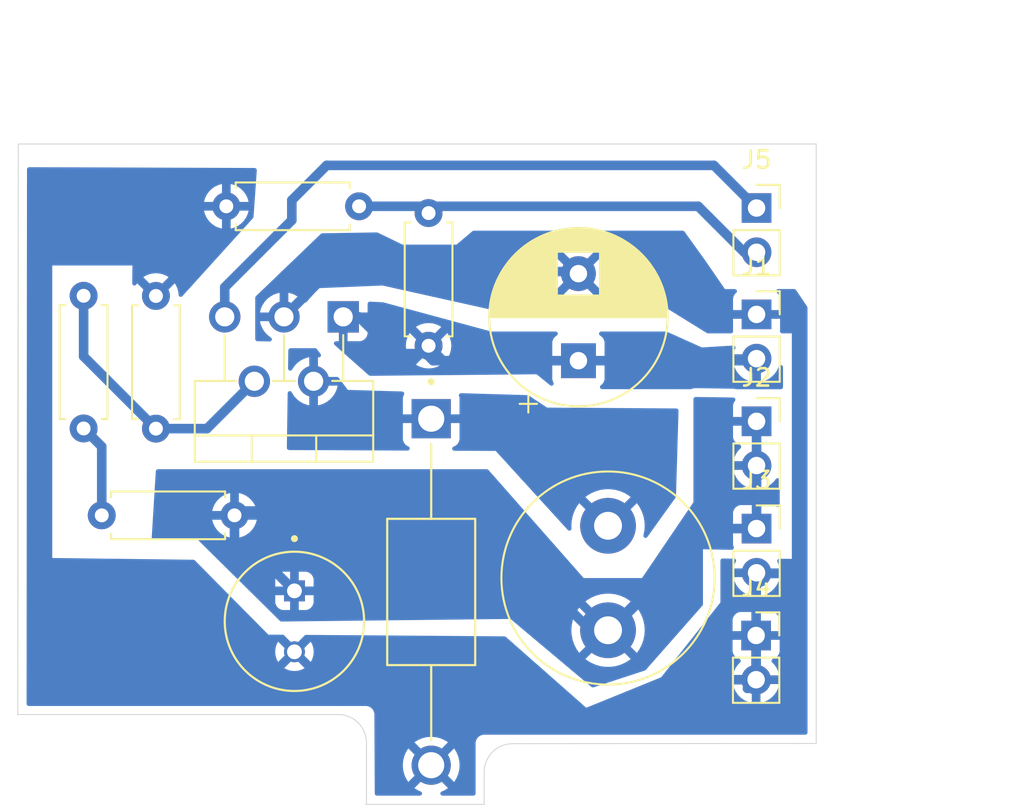
<source format=kicad_pcb>
(kicad_pcb (version 20240108) (generator "pcbnew") (generator_version "8.0")
  (layers (0 "F.Cu" signal) (31 "B.Cu" signal) (34 "B.Paste" user) (35 "F.Paste" user) (36 "B.SilkS" user "B.Silkscreen") (37 "F.SilkS" user "F.Silkscreen") (38 "B.Mask" user) (39 "F.Mask" user) (44 "Edge.Cuts" user))
  (net 0 "")
  (net 1 "GNDREF")
  (net 2 "+6V")
  (net 3 "Net-(J2-Pin_1)")
  (net 4 "Net-(D1-K)")
  (net 5 "Net-(J5-Pin_2)")
  (net 6 "Net-(J5-Pin_1)")
  (net 7 "Net-(U1-FB)")
  (net 8 "Net-(R2-1-Pad2)")
  (footprint "220UFRadialTHCAP:220uFRadialTHCAP" (layer "F.Cu") (at 175.11 64.2495 -90)
    (property "Reference" "C2" (hide yes))
    (property "Value" "220u")
    (fp_circle (center -4.75 0) (end -4.65 0) (stroke (width 0.2)) (fill none) (layer "F.SilkS"))
    (fp_circle (center 0 0) (end 4 0) (stroke (width 0.127)) (fill none) (layer "F.SilkS"))
    (pad "1" thru_hole rect (at -1.75 0 270) (size 1.2 1.2) (drill 0.85) (layers "*.Cu" "*.Mask") (net 3 "Net-(J2-Pin_1)"))
    (pad "2" thru_hole circle (at 1.75 0 270) (size 1.2 1.2) (drill 0.85) (layers "*.Cu" "*.Mask") (net 1 "GNDREF"))
  )
  (footprint "Resistor_THT:R_Axial_DIN0207_L6.3mm_D2.5mm_P7.62mm_Horizontal" (layer "F.Cu") (at 167.16 45.562 -90)
    (property "Reference" "R3" (hide yes))
    (property "Value" "82k")
    (fp_line (start 0.54 1.37) (end 7.08 1.37) (stroke (width 0.12)) (layer "F.SilkS"))
    (fp_line (start 7.08 1.37) (end 7.08 1.04) (stroke (width 0.12)) (layer "F.SilkS"))
    (fp_line (start 0.54 1.04) (end 0.54 1.37) (stroke (width 0.12)) (layer "F.SilkS"))
    (fp_line (start 0.54 -1.04) (end 0.54 -1.37) (stroke (width 0.12)) (layer "F.SilkS"))
    (fp_line (start 0.54 -1.37) (end 7.08 -1.37) (stroke (width 0.12)) (layer "F.SilkS"))
    (fp_line (start 7.08 -1.37) (end 7.08 -1.04) (stroke (width 0.12)) (layer "F.SilkS"))
    (pad "1" thru_hole circle (at 0 0 270) (size 1.6 1.6) (drill 0.8) (layers "*.Cu" "*.Mask") (net 1 "GNDREF"))
    (pad "2" thru_hole oval (at 7.62 0 270) (size 1.6 1.6) (drill 0.8) (layers "*.Cu" "*.Mask") (net 7 "Net-(U1-FB)"))
  )
  (footprint "Resistor_THT:R_Axial_DIN0207_L6.3mm_D2.5mm_P7.62mm_Horizontal" (layer "F.Cu") (at 178.82 40.412 180)
    (property "Reference" "R2" (hide yes))
    (property "Value" "82K")
    (fp_line (start 7.08 1.37) (end 7.08 1.04) (stroke (width 0.12)) (layer "F.SilkS"))
    (fp_line (start 7.08 -1.37) (end 7.08 -1.04) (stroke (width 0.12)) (layer "F.SilkS"))
    (fp_line (start 0.54 1.37) (end 7.08 1.37) (stroke (width 0.12)) (layer "F.SilkS"))
    (fp_line (start 0.54 1.04) (end 0.54 1.37) (stroke (width 0.12)) (layer "F.SilkS"))
    (fp_line (start 0.54 -1.04) (end 0.54 -1.37) (stroke (width 0.12)) (layer "F.SilkS"))
    (fp_line (start 0.54 -1.37) (end 7.08 -1.37) (stroke (width 0.12)) (layer "F.SilkS"))
    (pad "1" thru_hole circle (at 0 0 180) (size 1.6 1.6) (drill 0.8) (layers "*.Cu" "*.Mask") (net 5 "Net-(J5-Pin_2)"))
    (pad "2" thru_hole oval (at 7.62 0 180) (size 1.6 1.6) (drill 0.8) (layers "*.Cu" "*.Mask") (net 1 "GNDREF"))
  )
  (footprint "Inductor_THT:L_Radial_D12.0mm_P6.00mm_Murata_1900R" (layer "F.Cu") (at 193.11 64.762 90)
    (property "Reference" "L1" (hide yes))
    (property "Value" "68m")
    (fp_circle (center 3 0) (end 9.12 0) (stroke (width 0.12)) (fill none) (layer "F.SilkS"))
    (pad "1" thru_hole circle (at 0 0 90) (size 3.2 3.2) (drill 1.6) (layers "*.Cu" "*.Mask") (net 3 "Net-(J2-Pin_1)"))
    (pad "2" thru_hole circle (at 6 0 90) (size 3.2 3.2) (drill 1.6) (layers "*.Cu" "*.Mask") (net 4 "Net-(D1-K)"))
  )
  (footprint "Resistor_THT:R_Axial_DIN0207_L6.3mm_D2.5mm_P7.62mm_Horizontal" (layer "F.Cu") (at 182.81 48.422 90)
    (property "Reference" "R1" (hide yes))
    (property "Value" "160k")
    (fp_line (start 7.08 -1.37) (end 7.08 -1.04) (stroke (width 0.12)) (layer "F.SilkS"))
    (fp_line (start 0.54 -1.37) (end 7.08 -1.37) (stroke (width 0.12)) (layer "F.SilkS"))
    (fp_line (start 0.54 -1.04) (end 0.54 -1.37) (stroke (width 0.12)) (layer "F.SilkS"))
    (fp_line (start 0.54 1.04) (end 0.54 1.37) (stroke (width 0.12)) (layer "F.SilkS"))
    (fp_line (start 7.08 1.37) (end 7.08 1.04) (stroke (width 0.12)) (layer "F.SilkS"))
    (fp_line (start 0.54 1.37) (end 7.08 1.37) (stroke (width 0.12)) (layer "F.SilkS"))
    (pad "1" thru_hole circle (at 0 0 90) (size 1.6 1.6) (drill 0.8) (layers "*.Cu" "*.Mask") (net 2 "+6V"))
    (pad "2" thru_hole oval (at 7.62 0 90) (size 1.6 1.6) (drill 0.8) (layers "*.Cu" "*.Mask") (net 5 "Net-(J5-Pin_2)"))
  )
  (footprint "Connector_PinSocket_2.54mm:PinSocket_1x02_P2.54mm_Vertical" (layer "F.Cu") (at 201.635 52.762)
    (property "Reference" "J2" (at 0 -2.51 0) (layer "F.SilkS"))
    (property "Value" "Conn_01x02_Socket" (hide yes))
    (fp_line (start -1.33 1.27) (end -1.33 3.87) (stroke (width 0.12)) (layer "F.SilkS"))
    (fp_line (start -1.33 1.27) (end 1.33 1.27) (stroke (width 0.12)) (layer "F.SilkS"))
    (fp_line (start -1.33 3.87) (end 1.33 3.87) (stroke (width 0.12)) (layer "F.SilkS"))
    (fp_line (start 0 -1.33) (end 1.33 -1.33) (stroke (width 0.12)) (layer "F.SilkS"))
    (fp_line (start 1.33 -1.33) (end 1.33 0) (stroke (width 0.12)) (layer "F.SilkS"))
    (fp_line (start 1.33 1.27) (end 1.33 3.87) (stroke (width 0.12)) (layer "F.SilkS"))
    (pad "1" thru_hole rect (at 0 0) (size 1.7 1.7) (drill 1) (layers "*.Cu" "*.Mask") (net 3 "Net-(J2-Pin_1)"))
    (pad "2" thru_hole oval (at 0 2.54) (size 1.7 1.7) (drill 1) (layers "*.Cu" "*.Mask") (net 3 "Net-(J2-Pin_1)"))
  )
  (footprint "Resistor_THT:R_Axial_DIN0207_L6.3mm_D2.5mm_P7.62mm_Horizontal" (layer "F.Cu") (at 164.05 58.162)
    (property "Reference" "R2-2" (hide yes))
    (property "Value" "120k")
    (fp_line (start 0.54 -1.37) (end 7.08 -1.37) (stroke (width 0.12)) (layer "F.SilkS"))
    (fp_line (start 0.54 -1.04) (end 0.54 -1.37) (stroke (width 0.12)) (layer "F.SilkS"))
    (fp_line (start 0.54 1.04) (end 0.54 1.37) (stroke (width 0.12)) (layer "F.SilkS"))
    (fp_line (start 0.54 1.37) (end 7.08 1.37) (stroke (width 0.12)) (layer "F.SilkS"))
    (fp_line (start 7.08 -1.37) (end 7.08 -1.04) (stroke (width 0.12)) (layer "F.SilkS"))
    (fp_line (start 7.08 1.37) (end 7.08 1.04) (stroke (width 0.12)) (layer "F.SilkS"))
    (pad "1" thru_hole circle (at 0 0) (size 1.6 1.6) (drill 0.8) (layers "*.Cu" "*.Mask") (net 8 "Net-(R2-1-Pad2)"))
    (pad "2" thru_hole oval (at 7.62 0) (size 1.6 1.6) (drill 0.8) (layers "*.Cu" "*.Mask") (net 3 "Net-(J2-Pin_1)"))
  )
  (footprint "SchottkyDIodeFor491:DIOAD1990W125L840D530" (layer "F.Cu") (at 182.96 62.562 -90)
    (property "Reference" "D1" (hide yes))
    (property "Value" "D_Schottky")
    (fp_line (start -4.2 2.525) (end 4.2 2.525) (stroke (width 0.127)) (layer "F.SilkS"))
    (fp_line (start 4.2 2.525) (end 4.2 0) (stroke (width 0.127)) (layer "F.SilkS"))
    (fp_line (start -4.2 0) (end -4.2 2.525) (stroke (width 0.127)) (layer "F.SilkS"))
    (fp_line (start -4.2 0) (end -8.505 0) (stroke (width 0.127)) (layer "F.SilkS"))
    (fp_line (start 4.2 0) (end 8.505 0) (stroke (width 0.127)) (layer "F.SilkS"))
    (fp_line (start 4.2 0) (end 4.2 -2.525) (stroke (width 0.127)) (layer "F.SilkS"))
    (fp_line (start -4.2 -2.525) (end -4.2 0) (stroke (width 0.127)) (layer "F.SilkS"))
    (fp_line (start 4.2 -2.525) (end -4.2 -2.525) (stroke (width 0.127)) (layer "F.SilkS"))
    (fp_circle (center -12.075 0) (end -11.975 0) (stroke (width 0.2)) (fill none) (layer "F.SilkS"))
    (pad "1" thru_hole rect (at -9.95 0 270) (size 2.25 2.25) (drill 1.5) (layers "*.Cu" "*.Mask") (net 4 "Net-(D1-K)"))
    (pad "2" thru_hole circle (at 9.95 0 270) (size 2.25 2.25) (drill 1.5) (layers "*.Cu" "*.Mask") (net 1 "GNDREF"))
  )
  (footprint "Connector_PinSocket_2.54mm:PinSocket_1x02_P2.54mm_Vertical" (layer "F.Cu") (at 201.635 46.622)
    (property "Reference" "J1" (at 0 -2.77 0) (layer "F.SilkS"))
    (property "Value" "Conn_01x02_Socket" (hide yes))
    (fp_line (start -1.33 1.27) (end -1.33 3.87) (stroke (width 0.12)) (layer "F.SilkS"))
    (fp_line (start -1.33 1.27) (end 1.33 1.27) (stroke (width 0.12)) (layer "F.SilkS"))
    (fp_line (start -1.33 3.87) (end 1.33 3.87) (stroke (width 0.12)) (layer "F.SilkS"))
    (fp_line (start 0 -1.33) (end 1.33 -1.33) (stroke (width 0.12)) (layer "F.SilkS"))
    (fp_line (start 1.33 -1.33) (end 1.33 0) (stroke (width 0.12)) (layer "F.SilkS"))
    (fp_line (start 1.33 1.27) (end 1.33 3.87) (stroke (width 0.12)) (layer "F.SilkS"))
    (pad "1" thru_hole rect (at 0 0) (size 1.7 1.7) (drill 1) (layers "*.Cu" "*.Mask") (net 1 "GNDREF"))
    (pad "2" thru_hole oval (at 0 2.54) (size 1.7 1.7) (drill 1) (layers "*.Cu" "*.Mask") (net 2 "+6V"))
  )
  (footprint "Package_TO_SOT_THT:TO-220-5_P3.4x3.7mm_StaggerOdd_Lead3.8mm_Vertical" (layer "F.Cu") (at 177.91 46.762 180)
    (property "Reference" "U1" (hide yes))
    (property "Value" "LM2596T-3.3")
    (fp_line (start 8.52 -8.32) (end 8.52 -3.679) (stroke (width 0.12)) (layer "F.SilkS"))
    (fp_line (start 6.8 -3.679) (end 6.8 -1.065) (stroke (width 0.12)) (layer "F.SilkS"))
    (fp_line (start 6.165 -3.679) (end 8.52 -3.679) (stroke (width 0.12)) (layer "F.SilkS"))
    (fp_line (start 5.25 -8.32) (end 5.25 -6.811) (stroke (width 0.12)) (layer "F.SilkS"))
    (fp_line (start 3.4 -3.679) (end 3.4 -1.065) (stroke (width 0.12)) (layer "F.SilkS"))
    (fp_line (start 2.765 -3.679) (end 4.035 -3.679) (stroke (width 0.12)) (layer "F.SilkS"))
    (fp_line (start 1.55 -8.32) (end 1.55 -6.811) (stroke (width 0.12)) (layer "F.SilkS"))
    (fp_line (start 0 -3.679) (end 0 -1.049) (stroke (width 0.12)) (layer "F.SilkS"))
    (fp_line (start -1.721 -3.679) (end 0.635 -3.679) (stroke (width 0.12)) (layer "F.SilkS"))
    (fp_line (start -1.721 -6.811) (end 8.52 -6.811) (stroke (width 0.12)) (layer "F.SilkS"))
    (fp_line (start -1.721 -8.32) (end 8.52 -8.32) (stroke (width 0.12)) (layer "F.SilkS"))
    (fp_line (start -1.721 -8.32) (end -1.721 -3.679) (stroke (width 0.12)) (layer "F.SilkS"))
    (pad "1" thru_hole rect (at 0 0 180) (size 1.8 1.8) (drill 1.1) (layers "*.Cu" "*.Mask") (net 2 "+6V"))
    (pad "2" thru_hole oval (at 1.7 -3.7 180) (size 1.8 1.8) (drill 1.1) (layers "*.Cu" "*.Mask") (net 4 "Net-(D1-K)"))
    (pad "3" thru_hole oval (at 3.4 0 180) (size 1.8 1.8) (drill 1.1) (layers "*.Cu" "*.Mask") (net 1 "GNDREF"))
    (pad "4" thru_hole oval (at 5.1 -3.7 180) (size 1.8 1.8) (drill 1.1) (layers "*.Cu" "*.Mask") (net 7 "Net-(U1-FB)"))
    (pad "5" thru_hole oval (at 6.8 0 180) (size 1.8 1.8) (drill 1.1) (layers "*.Cu" "*.Mask") (net 6 "Net-(J5-Pin_1)"))
  )
  (footprint "Connector_PinSocket_2.54mm:PinSocket_1x02_P2.54mm_Vertical" (layer "F.Cu") (at 201.635 58.922)
    (property "Reference" "J3" (at 0 -2.77 0) (layer "F.SilkS"))
    (property "Value" "Conn_01x02_Socket" (hide yes))
    (fp_line (start -1.33 1.27) (end -1.33 3.87) (stroke (width 0.12)) (layer "F.SilkS"))
    (fp_line (start -1.33 1.27) (end 1.33 1.27) (stroke (width 0.12)) (layer "F.SilkS"))
    (fp_line (start -1.33 3.87) (end 1.33 3.87) (stroke (width 0.12)) (layer "F.SilkS"))
    (fp_line (start 0 -1.33) (end 1.33 -1.33) (stroke (width 0.12)) (layer "F.SilkS"))
    (fp_line (start 1.33 -1.33) (end 1.33 0) (stroke (width 0.12)) (layer "F.SilkS"))
    (fp_line (start 1.33 1.27) (end 1.33 3.87) (stroke (width 0.12)) (layer "F.SilkS"))
    (pad "1" thru_hole rect (at 0 0) (size 1.7 1.7) (drill 1) (layers "*.Cu" "*.Mask") (net 3 "Net-(J2-Pin_1)"))
    (pad "2" thru_hole oval (at 0 2.54) (size 1.7 1.7) (drill 1) (layers "*.Cu" "*.Mask") (net 1 "GNDREF"))
  )
  (footprint "Resistor_THT:R_Axial_DIN0207_L6.3mm_D2.5mm_P7.62mm_Horizontal" (layer "F.Cu") (at 163.01 45.552 -90)
    (property "Reference" "R2-1" (hide yes))
    (property "Value" "18k")
    (fp_line (start 0.54 1.37) (end 7.08 1.37) (stroke (width 0.12)) (layer "F.SilkS"))
    (fp_line (start 7.08 1.37) (end 7.08 1.04) (stroke (width 0.12)) (layer "F.SilkS"))
    (fp_line (start 0.54 1.04) (end 0.54 1.37) (stroke (width 0.12)) (layer "F.SilkS"))
    (fp_line (start 0.54 -1.04) (end 0.54 -1.37) (stroke (width 0.12)) (layer "F.SilkS"))
    (fp_line (start 0.54 -1.37) (end 7.08 -1.37) (stroke (width 0.12)) (layer "F.SilkS"))
    (fp_line (start 7.08 -1.37) (end 7.08 -1.04) (stroke (width 0.12)) (layer "F.SilkS"))
    (pad "1" thru_hole circle (at 0 0 270) (size 1.6 1.6) (drill 0.8) (layers "*.Cu" "*.Mask") (net 7 "Net-(U1-FB)"))
    (pad "2" thru_hole oval (at 7.62 0 270) (size 1.6 1.6) (drill 0.8) (layers "*.Cu" "*.Mask") (net 8 "Net-(R2-1-Pad2)"))
  )
  (footprint "Connector_PinSocket_2.54mm:PinSocket_1x02_P2.54mm_Vertical" (layer "F.Cu") (at 201.635 40.512)
    (property "Reference" "J5" (at 0 -2.77 0) (layer "F.SilkS"))
    (property "Value" "Conn_01x02_Socket" (hide yes))
    (fp_line (start -1.33 1.27) (end -1.33 3.87) (stroke (width 0.12)) (layer "F.SilkS"))
    (fp_line (start -1.33 1.27) (end 1.33 1.27) (stroke (width 0.12)) (layer "F.SilkS"))
    (fp_line (start -1.33 3.87) (end 1.33 3.87) (stroke (width 0.12)) (layer "F.SilkS"))
    (fp_line (start 0 -1.33) (end 1.33 -1.33) (stroke (width 0.12)) (layer "F.SilkS"))
    (fp_line (start 1.33 -1.33) (end 1.33 0) (stroke (width 0.12)) (layer "F.SilkS"))
    (fp_line (start 1.33 1.27) (end 1.33 3.87) (stroke (width 0.12)) (layer "F.SilkS"))
    (pad "1" thru_hole rect (at 0 0) (size 1.7 1.7) (drill 1) (layers "*.Cu" "*.Mask") (net 6 "Net-(J5-Pin_1)"))
    (pad "2" thru_hole oval (at 0 2.54) (size 1.7 1.7) (drill 1) (layers "*.Cu" "*.Mask") (net 5 "Net-(J5-Pin_2)"))
  )
  (footprint "Connector_PinSocket_2.54mm:PinSocket_1x02_P2.54mm_Vertical" (layer "F.Cu") (at 201.61 65.062)
    (property "Reference" "J4" (at 0 -2.77 0) (layer "F.SilkS"))
    (property "Value" "Conn_01x02_Socket" (hide yes))
    (fp_line (start -1.33 1.27) (end -1.33 3.87) (stroke (width 0.12)) (layer "F.SilkS"))
    (fp_line (start -1.33 1.27) (end 1.33 1.27) (stroke (width 0.12)) (layer "F.SilkS"))
    (fp_line (start -1.33 3.87) (end 1.33 3.87) (stroke (width 0.12)) (layer "F.SilkS"))
    (fp_line (start 0 -1.33) (end 1.33 -1.33) (stroke (width 0.12)) (layer "F.SilkS"))
    (fp_line (start 1.33 -1.33) (end 1.33 0) (stroke (width 0.12)) (layer "F.SilkS"))
    (fp_line (start 1.33 1.27) (end 1.33 3.87) (stroke (width 0.12)) (layer "F.SilkS"))
    (pad "1" thru_hole rect (at 0 0) (size 1.7 1.7) (drill 1) (layers "*.Cu" "*.Mask") (net 1 "GNDREF"))
    (pad "2" thru_hole oval (at 0 2.54) (size 1.7 1.7) (drill 1) (layers "*.Cu" "*.Mask") (net 1 "GNDREF"))
  )
  (footprint "Capacitor_THT:CP_Radial_D10.0mm_P5.00mm" (layer "F.Cu") (at 191.41 49.279677 90)
    (property "Reference" "C1" (hide yes))
    (property "Value" "470 uF" (hide yes))
    (fp_line (start 2.58 -5.08) (end 2.58 5.08) (stroke (width 0.12)) (layer "F.SilkS"))
    (fp_line (start 2.54 -5.08) (end 2.54 5.08) (stroke (width 0.12)) (layer "F.SilkS"))
    (fp_line (start 2.5 -5.08) (end 2.5 5.08) (stroke (width 0.12)) (layer "F.SilkS"))
    (fp_line (start 2.62 -5.079) (end 2.62 5.079) (stroke (width 0.12)) (layer "F.SilkS"))
    (fp_line (start 2.66 -5.078) (end 2.66 5.078) (stroke (width 0.12)) (layer "F.SilkS"))
    (fp_line (start 2.7 -5.077) (end 2.7 5.077) (stroke (width 0.12)) (layer "F.SilkS"))
    (fp_line (start 2.74 -5.075) (end 2.74 5.075) (stroke (width 0.12)) (layer "F.SilkS"))
    (fp_line (start 2.78 -5.073) (end 2.78 5.073) (stroke (width 0.12)) (layer "F.SilkS"))
    (fp_line (start 2.82 -5.07) (end 2.82 5.07) (stroke (width 0.12)) (layer "F.SilkS"))
    (fp_line (start 2.86 -5.068) (end 2.86 5.068) (stroke (width 0.12)) (layer "F.SilkS"))
    (fp_line (start 2.9 -5.065) (end 2.9 5.065) (stroke (width 0.12)) (layer "F.SilkS"))
    (fp_line (start 2.94 -5.062) (end 2.94 5.062) (stroke (width 0.12)) (layer "F.SilkS"))
    (fp_line (start 2.98 -5.058) (end 2.98 5.058) (stroke (width 0.12)) (layer "F.SilkS"))
    (fp_line (start 3.02 -5.054) (end 3.02 5.054) (stroke (width 0.12)) (layer "F.SilkS"))
    (fp_line (start 3.06 -5.05) (end 3.06 5.05) (stroke (width 0.12)) (layer "F.SilkS"))
    (fp_line (start 3.1 -5.045) (end 3.1 5.045) (stroke (width 0.12)) (layer "F.SilkS"))
    (fp_line (start 3.14 -5.04) (end 3.14 5.04) (stroke (width 0.12)) (layer "F.SilkS"))
    (fp_line (start 3.18 -5.035) (end 3.18 5.035) (stroke (width 0.12)) (layer "F.SilkS"))
    (fp_line (start 3.221 -5.03) (end 3.221 5.03) (stroke (width 0.12)) (layer "F.SilkS"))
    (fp_line (start 3.261 -5.024) (end 3.261 5.024) (stroke (width 0.12)) (layer "F.SilkS"))
    (fp_line (start 3.301 -5.018) (end 3.301 5.018) (stroke (width 0.12)) (layer "F.SilkS"))
    (fp_line (start 3.341 -5.011) (end 3.341 5.011) (stroke (width 0.12)) (layer "F.SilkS"))
    (fp_line (start 3.381 -5.004) (end 3.381 5.004) (stroke (width 0.12)) (layer "F.SilkS"))
    (fp_line (start 3.421 -4.997) (end 3.421 4.997) (stroke (width 0.12)) (layer "F.SilkS"))
    (fp_line (start 3.461 -4.99) (end 3.461 4.99) (stroke (width 0.12)) (layer "F.SilkS"))
    (fp_line (start 3.501 -4.982) (end 3.501 4.982) (stroke (width 0.12)) (layer "F.SilkS"))
    (fp_line (start 3.541 -4.974) (end 3.541 4.974) (stroke (width 0.12)) (layer "F.SilkS"))
    (fp_line (start 3.581 -4.965) (end 3.581 4.965) (stroke (width 0.12)) (layer "F.SilkS"))
    (fp_line (start 3.621 -4.956) (end 3.621 4.956) (stroke (width 0.12)) (layer "F.SilkS"))
    (fp_line (start 3.661 -4.947) (end 3.661 4.947) (stroke (width 0.12)) (layer "F.SilkS"))
    (fp_line (start 3.701 -4.938) (end 3.701 4.938) (stroke (width 0.12)) (layer "F.SilkS"))
    (fp_line (start 3.741 -4.928) (end 3.741 4.928) (stroke (width 0.12)) (layer "F.SilkS"))
    (fp_line (start 3.781 -4.918) (end 3.781 -1.241) (stroke (width 0.12)) (layer "F.SilkS"))
    (fp_line (start 3.821 -4.907) (end 3.821 -1.241) (stroke (width 0.12)) (layer "F.SilkS"))
    (fp_line (start 3.861 -4.897) (end 3.861 -1.241) (stroke (width 0.12)) (layer "F.SilkS"))
    (fp_line (start 3.901 -4.885) (end 3.901 -1.241) (stroke (width 0.12)) (layer "F.SilkS"))
    (fp_line (start 3.941 -4.874) (end 3.941 -1.241) (stroke (width 0.12)) (layer "F.SilkS"))
    (fp_line (start 3.981 -4.862) (end 3.981 -1.241) (stroke (width 0.12)) (layer "F.SilkS"))
    (fp_line (start 4.021 -4.85) (end 4.021 -1.241) (stroke (width 0.12)) (layer "F.SilkS"))
    (fp_line (start 4.061 -4.837) (end 4.061 -1.241) (stroke (width 0.12)) (layer "F.SilkS"))
    (fp_line (start 4.101 -4.824) (end 4.101 -1.241) (stroke (width 0.12)) (layer "F.SilkS"))
    (fp_line (start 4.141 -4.811) (end 4.141 -1.241) (stroke (width 0.12)) (layer "F.SilkS"))
    (fp_line (start 4.181 -4.797) (end 4.181 -1.241) (stroke (width 0.12)) (layer "F.SilkS"))
    (fp_line (start 4.221 -4.783) (end 4.221 -1.241) (stroke (width 0.12)) (layer "F.SilkS"))
    (fp_line (start 4.261 -4.768) (end 4.261 -1.241) (stroke (width 0.12)) (layer "F.SilkS"))
    (fp_line (start 4.301 -4.754) (end 4.301 -1.241) (stroke (width 0.12)) (layer "F.SilkS"))
    (fp_line (start 4.341 -4.738) (end 4.341 -1.241) (stroke (width 0.12)) (layer "F.SilkS"))
    (fp_line (start 4.381 -4.723) (end 4.381 -1.241) (stroke (width 0.12)) (layer "F.SilkS"))
    (fp_line (start 4.421 -4.707) (end 4.421 -1.241) (stroke (width 0.12)) (layer "F.SilkS"))
    (fp_line (start 4.461 -4.69) (end 4.461 -1.241) (stroke (width 0.12)) (layer "F.SilkS"))
    (fp_line (start 4.501 -4.674) (end 4.501 -1.241) (stroke (width 0.12)) (layer "F.SilkS"))
    (fp_line (start 4.541 -4.657) (end 4.541 -1.241) (stroke (width 0.12)) (layer "F.SilkS"))
    (fp_line (start 4.581 -4.639) (end 4.581 -1.241) (stroke (width 0.12)) (layer "F.SilkS"))
    (fp_line (start 4.621 -4.621) (end 4.621 -1.241) (stroke (width 0.12)) (layer "F.SilkS"))
    (fp_line (start 4.661 -4.603) (end 4.661 -1.241) (stroke (width 0.12)) (layer "F.SilkS"))
    (fp_line (start 4.701 -4.584) (end 4.701 -1.241) (stroke (width 0.12)) (layer "F.SilkS"))
    (fp_line (start 4.741 -4.564) (end 4.741 -1.241) (stroke (width 0.12)) (layer "F.SilkS"))
    (fp_line (start 4.781 -4.545) (end 4.781 -1.241) (stroke (width 0.12)) (layer "F.SilkS"))
    (fp_line (start 4.821 -4.525) (end 4.821 -1.241) (stroke (width 0.12)) (layer "F.SilkS"))
    (fp_line (start 4.861 -4.504) (end 4.861 -1.241) (stroke (width 0.12)) (layer "F.SilkS"))
    (fp_line (start 4.901 -4.483) (end 4.901 -1.241) (stroke (width 0.12)) (layer "F.SilkS"))
    (fp_line (start 4.941 -4.462) (end 4.941 -1.241) (stroke (width 0.12)) (layer "F.SilkS"))
    (fp_line (start 4.981 -4.44) (end 4.981 -1.241) (stroke (width 0.12)) (layer "F.SilkS"))
    (fp_line (start 5.021 -4.417) (end 5.021 -1.241) (stroke (width 0.12)) (layer "F.SilkS"))
    (fp_line (start 5.061 -4.395) (end 5.061 -1.241) (stroke (width 0.12)) (layer "F.SilkS"))
    (fp_line (start 5.101 -4.371) (end 5.101 -1.241) (stroke (width 0.12)) (layer "F.SilkS"))
    (fp_line (start 5.141 -4.347) (end 5.141 -1.241) (stroke (width 0.12)) (layer "F.SilkS"))
    (fp_line (start 5.181 -4.323) (end 5.181 -1.241) (stroke (width 0.12)) (layer "F.SilkS"))
    (fp_line (start 5.221 -4.298) (end 5.221 -1.241) (stroke (width 0.12)) (layer "F.SilkS"))
    (fp_line (start 5.261 -4.273) (end 5.261 -1.241) (stroke (width 0.12)) (layer "F.SilkS"))
    (fp_line (start 5.301 -4.247) (end 5.301 -1.241) (stroke (width 0.12)) (layer "F.SilkS"))
    (fp_line (start 5.341 -4.221) (end 5.341 -1.241) (stroke (width 0.12)) (layer "F.SilkS"))
    (fp_line (start 5.381 -4.194) (end 5.381 -1.241) (stroke (width 0.12)) (layer "F.SilkS"))
    (fp_line (start 5.421 -4.166) (end 5.421 -1.241) (stroke (width 0.12)) (layer "F.SilkS"))
    (fp_line (start 5.461 -4.138) (end 5.461 -1.241) (stroke (width 0.12)) (layer "F.SilkS"))
    (fp_line (start 5.501 -4.11) (end 5.501 -1.241) (stroke (width 0.12)) (layer "F.SilkS"))
    (fp_line (start 5.541 -4.08) (end 5.541 -1.241) (stroke (width 0.12)) (layer "F.SilkS"))
    (fp_line (start 5.581 -4.05) (end 5.581 -1.241) (stroke (width 0.12)) (layer "F.SilkS"))
    (fp_line (start 5.621 -4.02) (end 5.621 -1.241) (stroke (width 0.12)) (layer "F.SilkS"))
    (fp_line (start 5.661 -3.989) (end 5.661 -1.241) (stroke (width 0.12)) (layer "F.SilkS"))
    (fp_line (start 5.701 -3.957) (end 5.701 -1.241) (stroke (width 0.12)) (layer "F.SilkS"))
    (fp_line (start 5.741 -3.925) (end 5.741 -1.241) (stroke (width 0.12)) (layer "F.SilkS"))
    (fp_line (start 5.781 -3.892) (end 5.781 -1.241) (stroke (width 0.12)) (layer "F.SilkS"))
    (fp_line (start 5.821 -3.858) (end 5.821 -1.241) (stroke (width 0.12)) (layer "F.SilkS"))
    (fp_line (start 5.861 -3.824) (end 5.861 -1.241) (stroke (width 0.12)) (layer "F.SilkS"))
    (fp_line (start 5.901 -3.789) (end 5.901 -1.241) (stroke (width 0.12)) (layer "F.SilkS"))
    (fp_line (start 5.941 -3.753) (end 5.941 -1.241) (stroke (width 0.12)) (layer "F.SilkS"))
    (fp_line (start 5.981 -3.716) (end 5.981 -1.241) (stroke (width 0.12)) (layer "F.SilkS"))
    (fp_line (start 6.021 -3.679) (end 6.021 -1.241) (stroke (width 0.12)) (layer "F.SilkS"))
    (fp_line (start 6.061 -3.64) (end 6.061 -1.241) (stroke (width 0.12)) (layer "F.SilkS"))
    (fp_line (start 6.101 -3.601) (end 6.101 -1.241) (stroke (width 0.12)) (layer "F.SilkS"))
    (fp_line (start 6.141 -3.561) (end 6.141 -1.241) (stroke (width 0.12)) (layer "F.SilkS"))
    (fp_line (start 6.181 -3.52) (end 6.181 -1.241) (stroke (width 0.12)) (layer "F.SilkS"))
    (fp_line (start 6.221 -3.478) (end 6.221 -1.241) (stroke (width 0.12)) (layer "F.SilkS"))
    (fp_line (start 6.261 -3.436) (end 6.261 3.436) (stroke (width 0.12)) (layer "F.SilkS"))
    (fp_line (start 6.301 -3.392) (end 6.301 3.392) (stroke (width 0.12)) (layer "F.SilkS"))
    (fp_line (start -2.479646 -3.375) (end -2.479646 -2.375) (stroke (width 0.12)) (layer "F.SilkS"))
    (fp_line (start 6.341 -3.347) (end 6.341 3.347) (stroke (width 0.12)) (layer "F.SilkS"))
    (fp_line (start 6.381 -3.301) (end 6.381 3.301) (stroke (width 0.12)) (layer "F.SilkS"))
    (fp_line (start 6.421 -3.254) (end 6.421 3.254) (stroke (width 0.12)) (layer "F.SilkS"))
    (fp_line (start 6.461 -3.206) (end 6.461 3.206) (stroke (width 0.12)) (layer "F.SilkS"))
    (fp_line (start 6.501 -3.156) (end 6.501 3.156) (stroke (width 0.12)) (layer "F.SilkS"))
    (fp_line (start 6.541 -3.106) (end 6.541 3.106) (stroke (width 0.12)) (layer "F.SilkS"))
    (fp_line (start 6.581 -3.054) (end 6.581 3.054) (stroke (width 0.12)) (layer "F.SilkS"))
    (fp_line (start 6.621 -3) (end 6.621 3) (stroke (width 0.12)) (layer "F.SilkS"))
    (fp_line (start 6.661 -2.945) (end 6.661 2.945) (stroke (width 0.12)) (layer "F.SilkS"))
    (fp_line (start 6.701 -2.889) (end 6.701 2.889) (stroke (width 0.12)) (layer "F.SilkS"))
    (fp_line (start -2.979646 -2.875) (end -1.979646 -2.875) (stroke (width 0.12)) (layer "F.SilkS"))
    (fp_line (start 6.741 -2.83) (end 6.741 2.83) (stroke (width 0.12)) (layer "F.SilkS"))
    (fp_line (start 6.781 -2.77) (end 6.781 2.77) (stroke (width 0.12)) (layer "F.SilkS"))
    (fp_line (start 6.821 -2.709) (end 6.821 2.709) (stroke (width 0.12)) (layer "F.SilkS"))
    (fp_line (start 6.861 -2.645) (end 6.861 2.645) (stroke (width 0.12)) (layer "F.SilkS"))
    (fp_line (start 6.901 -2.579) (end 6.901 2.579) (stroke (width 0.12)) (layer "F.SilkS"))
    (fp_line (start 6.941 -2.51) (end 6.941 2.51) (stroke (width 0.12)) (layer "F.SilkS"))
    (fp_line (start 6.981 -2.439) (end 6.981 2.439) (stroke (width 0.12)) (layer "F.SilkS"))
    (fp_line (start 7.021 -2.365) (end 7.021 2.365) (stroke (width 0.12)) (layer "F.SilkS"))
    (fp_line (start 7.061 -2.289) (end 7.061 2.289) (stroke (width 0.12)) (layer "F.SilkS"))
    (fp_line (start 7.101 -2.209) (end 7.101 2.209) (stroke (width 0.12)) (layer "F.SilkS"))
    (fp_line (start 7.141 -2.125) (end 7.141 2.125) (stroke (width 0.12)) (layer "F.SilkS"))
    (fp_line (start 7.181 -2.037) (end 7.181 2.037) (stroke (width 0.12)) (layer "F.SilkS"))
    (fp_line (start 7.221 -1.944) (end 7.221 1.944) (stroke (width 0.12)) (layer "F.SilkS"))
    (fp_line (start 7.261 -1.846) (end 7.261 1.846) (stroke (width 0.12)) (layer "F.SilkS"))
    (fp_line (start 7.301 -1.742) (end 7.301 1.742) (stroke (width 0.12)) (layer "F.SilkS"))
    (fp_line (start 7.341 -1.63) (end 7.341 1.63) (stroke (width 0.12)) (layer "F.SilkS"))
    (fp_line (start 7.381 -1.51) (end 7.381 1.51) (stroke (width 0.12)) (layer "F.SilkS"))
    (fp_line (start 7.421 -1.378) (end 7.421 1.378) (stroke (width 0.12)) (layer "F.SilkS"))
    (fp_line (start 7.461 -1.23) (end 7.461 1.23) (stroke (width 0.12)) (layer "F.SilkS"))
    (fp_line (start 7.501 -1.062) (end 7.501 1.062) (stroke (width 0.12)) (layer "F.SilkS"))
    (fp_line (start 7.541 -0.862) (end 7.541 0.862) (stroke (width 0.12)) (layer "F.SilkS"))
    (fp_line (start 7.581 -0.599) (end 7.581 0.599) (stroke (width 0.12)) (layer "F.SilkS"))
    (fp_line (start 6.221 1.241) (end 6.221 3.478) (stroke (width 0.12)) (layer "F.SilkS"))
    (fp_line (start 6.181 1.241) (end 6.181 3.52) (stroke (width 0.12)) (layer "F.SilkS"))
    (fp_line (start 6.141 1.241) (end 6.141 3.561) (stroke (width 0.12)) (layer "F.SilkS"))
    (fp_line (start 6.101 1.241) (end 6.101 3.601) (stroke (width 0.12)) (layer "F.SilkS"))
    (fp_line (start 6.061 1.241) (end 6.061 3.64) (stroke (width 0.12)) (layer "F.SilkS"))
    (fp_line (start 6.021 1.241) (end 6.021 3.679) (stroke (width 0.12)) (layer "F.SilkS"))
    (fp_line (start 5.981 1.241) (end 5.981 3.716) (stroke (width 0.12)) (layer "F.SilkS"))
    (fp_line (start 5.941 1.241) (end 5.941 3.753) (stroke (width 0.12)) (layer "F.SilkS"))
    (fp_line (start 5.901 1.241) (end 5.901 3.789) (stroke (width 0.12)) (layer "F.SilkS"))
    (fp_line (start 5.861 1.241) (end 5.861 3.824) (stroke (width 0.12)) (layer "F.SilkS"))
    (fp_line (start 5.821 1.241) (end 5.821 3.858) (stroke (width 0.12)) (layer "F.SilkS"))
    (fp_line (start 5.781 1.241) (end 5.781 3.892) (stroke (width 0.12)) (layer "F.SilkS"))
    (fp_line (start 5.741 1.241) (end 5.741 3.925) (stroke (width 0.12)) (layer "F.SilkS"))
    (fp_line (start 5.701 1.241) (end 5.701 3.957) (stroke (width 0.12)) (layer "F.SilkS"))
    (fp_line (start 5.661 1.241) (end 5.661 3.989) (stroke (width 0.12)) (layer "F.SilkS"))
    (fp_line (start 5.621 1.241) (end 5.621 4.02) (stroke (width 0.12)) (layer "F.SilkS"))
    (fp_line (start 5.581 1.241) (end 5.581 4.05) (stroke (width 0.12)) (layer "F.SilkS"))
    (fp_line (start 5.541 1.241) (end 5.541 4.08) (stroke (width 0.12)) (layer "F.SilkS"))
    (fp_line (start 5.501 1.241) (end 5.501 4.11) (stroke (width 0.12)) (layer "F.SilkS"))
    (fp_line (start 5.461 1.241) (end 5.461 4.138) (stroke (width 0.12)) (layer "F.SilkS"))
    (fp_line (start 5.421 1.241) (end 5.421 4.166) (stroke (width 0.12)) (layer "F.SilkS"))
    (fp_line (start 5.381 1.241) (end 5.381 4.194) (stroke (width 0.12)) (layer "F.SilkS"))
    (fp_line (start 5.341 1.241) (end 5.341 4.221) (stroke (width 0.12)) (layer "F.SilkS"))
    (fp_line (start 5.301 1.241) (end 5.301 4.247) (stroke (width 0.12)) (layer "F.SilkS"))
    (fp_line (start 5.261 1.241) (end 5.261 4.273) (stroke (width 0.12)) (layer "F.SilkS"))
    (fp_line (start 5.221 1.241) (end 5.221 4.298) (stroke (width 0.12)) (layer "F.SilkS"))
    (fp_line (start 5.181 1.241) (end 5.181 4.323) (stroke (width 0.12)) (layer "F.SilkS"))
    (fp_line (start 5.141 1.241) (end 5.141 4.347) (stroke (width 0.12)) (layer "F.SilkS"))
    (fp_line (start 5.101 1.241) (end 5.101 4.371) (stroke (width 0.12)) (layer "F.SilkS"))
    (fp_line (start 5.061 1.241) (end 5.061 4.395) (stroke (width 0.12)) (layer "F.SilkS"))
    (fp_line (start 5.021 1.241) (end 5.021 4.417) (stroke (width 0.12)) (layer "F.SilkS"))
    (fp_line (start 4.981 1.241) (end 4.981 4.44) (stroke (width 0.12)) (layer "F.SilkS"))
    (fp_line (start 4.941 1.241) (end 4.941 4.462) (stroke (width 0.12)) (layer "F.SilkS"))
    (fp_line (start 4.901 1.241) (end 4.901 4.483) (stroke (width 0.12)) (layer "F.SilkS"))
    (fp_line (start 4.861 1.241) (end 4.861 4.504) (stroke (width 0.12)) (layer "F.SilkS"))
    (fp_line (start 4.821 1.241) (end 4.821 4.525) (stroke (width 0.12)) (layer "F.SilkS"))
    (fp_line (start 4.781 1.241) (end 4.781 4.545) (stroke (width 0.12)) (layer "F.SilkS"))
    (fp_line (start 4.741 1.241) (end 4.741 4.564) (stroke (width 0.12)) (layer "F.SilkS"))
    (fp_line (start 4.701 1.241) (end 4.701 4.584) (stroke (width 0.12)) (layer "F.SilkS"))
    (fp_line (start 4.661 1.241) (end 4.661 4.603) (stroke (width 0.12)) (layer "F.SilkS"))
    (fp_line (start 4.621 1.241) (end 4.621 4.621) (stroke (width 0.12)) (layer "F.SilkS"))
    (fp_line (start 4.581 1.241) (end 4.581 4.639) (stroke (width 0.12)) (layer "F.SilkS"))
    (fp_line (start 4.541 1.241) (end 4.541 4.657) (stroke (width 0.12)) (layer "F.SilkS"))
    (fp_line (start 4.501 1.241) (end 4.501 4.674) (stroke (width 0.12)) (layer "F.SilkS"))
    (fp_line (start 4.461 1.241) (end 4.461 4.69) (stroke (width 0.12)) (layer "F.SilkS"))
    (fp_line (start 4.421 1.241) (end 4.421 4.707) (stroke (width 0.12)) (layer "F.SilkS"))
    (fp_line (start 4.381 1.241) (end 4.381 4.723) (stroke (width 0.12)) (layer "F.SilkS"))
    (fp_line (start 4.341 1.241) (end 4.341 4.738) (stroke (width 0.12)) (layer "F.SilkS"))
    (fp_line (start 4.301 1.241) (end 4.301 4.754) (stroke (width 0.12)) (layer "F.SilkS"))
    (fp_line (start 4.261 1.241) (end 4.261 4.768) (stroke (width 0.12)) (layer "F.SilkS"))
    (fp_line (start 4.221 1.241) (end 4.221 4.783) (stroke (width 0.12)) (layer "F.SilkS"))
    (fp_line (start 4.181 1.241) (end 4.181 4.797) (stroke (width 0.12)) (layer "F.SilkS"))
    (fp_line (start 4.141 1.241) (end 4.141 4.811) (stroke (width 0.12)) (layer "F.SilkS"))
    (fp_line (start 4.101 1.241) (end 4.101 4.824) (stroke (width 0.12)) (layer "F.SilkS"))
    (fp_line (start 4.061 1.241) (end 4.061 4.837) (stroke (width 0.12)) (layer "F.SilkS"))
    (fp_line (start 4.021 1.241) (end 4.021 4.85) (stroke (width 0.12)) (layer "F.SilkS"))
    (fp_line (start 3.981 1.241) (end 3.981 4.862) (stroke (width 0.12)) (layer "F.SilkS"))
    (fp_line (start 3.941 1.241) (end 3.941 4.874) (stroke (width 0.12)) (layer "F.SilkS"))
    (fp_line (start 3.901 1.241) (end 3.901 4.885) (stroke (width 0.12)) (layer "F.SilkS"))
    (fp_line (start 3.861 1.241) (end 3.861 4.897) (stroke (width 0.12)) (layer "F.SilkS"))
    (fp_line (start 3.821 1.241) (end 3.821 4.907) (stroke (width 0.12)) (layer "F.SilkS"))
    (fp_line (start 3.781 1.241) (end 3.781 4.918) (stroke (width 0.12)) (layer "F.SilkS"))
    (fp_circle (center 2.5 0) (end 7.62 0) (stroke (width 0.12)) (fill none) (layer "F.SilkS"))
    (pad "1" thru_hole rect (at 0 0 90) (size 2 2) (drill 1) (layers "*.Cu" "*.Mask") (net 2 "+6V"))
    (pad "2" thru_hole circle (at 5 0 90) (size 2 2) (drill 1) (layers "*.Cu" "*.Mask") (net 1 "GNDREF"))
  )
  (gr_line (start 187.6272 71.2776) (end 205.06 71.262) (stroke (width 0.05)) (layer "Edge.Cuts"))
  (gr_line (start 205.06 71.262) (end 205.06 36.8352) (stroke (width 0.05)) (layer "Edge.Cuts"))
  (gr_arc (start 186.0016 72.9032) (mid 186.477727 71.753727) (end 187.6272 71.2776) (stroke (width 0.05)) (layer "Edge.Cuts"))
  (gr_line (start 159.26 36.8752) (end 159.23 69.6012) (stroke (width 0.05)) (layer "Edge.Cuts"))
  (gr_line (start 159.23 69.6012) (end 177.6196 69.6012) (stroke (width 0.05)) (layer "Edge.Cuts"))
  (gr_line (start 179.1944 74.762) (end 186.0016 74.762) (stroke (width 0.05)) (layer "Edge.Cuts"))
  (gr_line (start 205.06 36.8352) (end 159.26 36.8352) (stroke (width 0.05)) (layer "Edge.Cuts"))
  (gr_line (start 186.0016 72.9032) (end 186.0016 74.762) (stroke (width 0.05)) (layer "Edge.Cuts"))
  (gr_line (start 179.2452 74.762) (end 179.2452 71.2268) (stroke (width 0.05)) (layer "Edge.Cuts"))
  (gr_arc (start 177.6196 69.6012) (mid 178.769073 70.077327) (end 179.2452 71.2268) (stroke (width 0.05)) (layer "Edge.Cuts"))
  (segment (start 177.11 44.162) (end 174.51 46.762) (width 0.55) (layer "B.Cu") (net 1))
  (segment (start 201.61 67.602) (end 201.61 65.062) (width 0.55) (layer "B.Cu") (net 1))
  (segment (start 202.385 61.502) (end 203.745 61.502) (width 0.55) (layer "B.Cu") (net 1))
  (segment (start 201.61 67.602) (end 201.61 61.487) (width 0.55) (layer "B.Cu") (net 1))
  (segment (start 202.345 61.462) (end 202.385 61.502) (width 0.55) (layer "B.Cu") (net 1))
  (segment (start 171.2 40.412) (end 171.2 40.622) (width 0.55) (layer "B.Cu") (net 1))
  (segment (start 191.46 44.162) (end 177.11 44.162) (width 0.55) (layer "B.Cu") (net 1))
  (segment (start 201.61 61.487) (end 201.635 61.462) (width 0.55) (layer "B.Cu") (net 1))
  (segment (start 201.635 61.462) (end 202.345 61.462) (width 0.55) (layer "B.Cu") (net 1))
  (segment (start 201.11 68.102) (end 201.61 67.602) (width 0.55) (layer "B.Cu") (net 1))
  (segment (start 200.36 67.602) (end 201.61 67.602) (width 0.55) (layer "B.Cu") (net 1))
  (segment (start 178.81 46.762) (end 180.92 48.872) (width 0.55) (layer "B.Cu") (net 2))
  (segment (start 183.067677 49.279677) (end 201.517323 49.279677) (width 0.55) (layer "B.Cu") (net 2))
  (segment (start 180.92 48.872) (end 182.66 48.872) (width 0.55) (layer "B.Cu") (net 2))
  (segment (start 201.517323 49.279677) (end 201.635 49.162) (width 0.55) (layer "B.Cu") (net 2))
  (segment (start 177.91 46.762) (end 178.81 46.762) (width 0.55) (layer "B.Cu") (net 2))
  (segment (start 182.66 48.872) (end 183.067677 49.279677) (width 0.55) (layer "B.Cu") (net 2))
  (segment (start 192.66 65.362) (end 199.1 58.922) (width 0.55) (layer "B.Cu") (net 3))
  (segment (start 175.26 57.912) (end 185.26 57.912) (width 0.55) (layer "B.Cu") (net 3))
  (segment (start 201.635 52.762) (end 201.635 58.922) (width 0.55) (layer "B.Cu") (net 3))
  (segment (start 175.11 62.4995) (end 173.86 61.2495) (width 0.55) (layer "B.Cu") (net 3))
  (segment (start 172.7975 61.2495) (end 171.67 60.122) (width 0.55) (layer "B.Cu") (net 3))
  (segment (start 173.86 61.2495) (end 172.7975 61.2495) (width 0.55) (layer "B.Cu") (net 3))
  (segment (start 172.11 57.912) (end 175.26 57.912) (width 0.55) (layer "B.Cu") (net 3))
  (segment (start 171.67 60.122) (end 171.67 58.162) (width 0.55) (layer "B.Cu") (net 3))
  (segment (start 185.26 57.912) (end 192.66 65.312) (width 0.55) (layer "B.Cu") (net 3))
  (segment (start 192.66 65.312) (end 192.66 65.362) (width 0.55) (layer "B.Cu") (net 3))
  (segment (start 199.1 58.922) (end 201.635 58.922) (width 0.55) (layer "B.Cu") (net 3))
  (segment (start 192.16 58.762) (end 193.11 58.762) (width 0.55) (layer "B.Cu") (net 4))
  (segment (start 178.82 40.412) (end 198.285 40.412) (width 0.55) (layer "B.Cu") (net 5))
  (segment (start 200.925 43.052) (end 201.635 43.052) (width 0.55) (layer "B.Cu") (net 5))
  (segment (start 198.285 40.412) (end 198.885 41.012) (width 0.55) (layer "B.Cu") (net 5))
  (segment (start 198.885 41.012) (end 200.925 43.052) (width 0.55) (layer "B.Cu") (net 5))
  (segment (start 176.96 38.062) (end 199.185 38.062) (width 0.55) (layer "B.Cu") (net 6))
  (segment (start 174.96 41.212) (end 174.96 40.062) (width 0.55) (layer "B.Cu") (net 6))
  (segment (start 174.96 40.062) (end 176.96 38.062) (width 0.55) (layer "B.Cu") (net 6))
  (segment (start 171.11 45.062) (end 174.96 41.212) (width 0.55) (layer "B.Cu") (net 6))
  (segment (start 171.11 46.762) (end 171.11 45.062) (width 0.55) (layer "B.Cu") (net 6))
  (segment (start 199.185 38.062) (end 201.635 40.512) (width 0.55) (layer "B.Cu") (net 6))
  (segment (start 163.01 45.552) (end 163.01 49.032) (width 0.55) (layer "B.Cu") (net 7))
  (segment (start 172.81 50.462) (end 170.09 53.182) (width 0.55) (layer "B.Cu") (net 7))
  (segment (start 163.01 49.032) (end 167.16 53.182) (width 0.55) (layer "B.Cu") (net 7))
  (segment (start 170.09 53.182) (end 167.16 53.182) (width 0.55) (layer "B.Cu") (net 7))
  (segment (start 164.05 54.212) (end 163.01 53.172) (width 0.55) (layer "B.Cu") (net 8))
  (segment (start 164.05 58.162) (end 164.05 54.212) (width 0.55) (layer "B.Cu") (net 8))
  (zone (net 2) (net_name "+6V") (layer "B.Cu") (connect_pads (clearance 0.5)) (min_thickness 0.25) (fill yes (thermal_gap 0.5) (thermal_bridge_width 0.5))
    (polygon (pts (xy 176.76 47.798) (xy 179.41 50.148) (xy 189.01 50.062) (xy 190.06 50.912) (xy 199.835 50.922) (xy 203.385 50.922) (xy 203.41 48.212) (xy 198.4984 48.5192) (xy 196.4664 47.6048) (xy 186.408 47.6048) (xy 180.2104 45.9284) (xy 178.3308 45.8268) (xy 177.01 45.862)))
  )
  (zone (net 3) (net_name "Net-(J2-Pin_1)") (layer "B.Cu") (priority 2) (connect_pads (clearance 0.5)) (min_thickness 0.25) (fill yes (thermal_gap 0.5) (thermal_bridge_width 0.5))
    (polygon (pts (xy 202.965 51.432) (xy 202.965 60.192) (xy 198.56 60.112) (xy 198.56 63.312) (xy 195.26 67.062) (xy 192.21 68.062) (xy 187.51 64.112) (xy 174.31 64.262) (xy 169.56 59.562) (xy 166.91 59.562) (xy 167.16 55.512) (xy 186.21 55.512) (xy 191.71 61.762) (xy 195.06 61.762) (xy 198.01 57.412) (xy 198.01 51.362)))
  )
  (zone (net 4) (net_name "Net-(D1-K)") (layer "B.Cu") (priority 3) (connect_pads (clearance 0.5)) (min_thickness 0.25) (fill yes (thermal_gap 0.5) (thermal_bridge_width 0.5))
    (polygon (pts (xy 194.86 60.112) (xy 197.01 57.112) (xy 197.16 52.0244) (xy 189.6084 51.9736) (xy 188.535 51.259323) (xy 178.1784 50.9576) (xy 176.36 48.562) (xy 174.76 48.562) (xy 174.6732 54.412) (xy 186.662 54.4628) (xy 191.81 60.112)))
  )
  (zone (net 1) (net_name "GNDREF") (layer "B.Cu") (priority 1) (connect_pads (clearance 0.5)) (min_thickness 0.25) (fill yes (thermal_gap 0.5) (thermal_bridge_width 0.5))
    (polygon (pts (xy 172.86 45.612) (xy 176.66 41.962) (xy 179.87 41.912) (xy 181.31 42.612) (xy 184.41 42.612) (xy 185.36 41.812) (xy 197.46 41.812) (xy 198.7016 43.5408) (xy 199.8192 45.1664) (xy 203.86 45.162) (xy 205.21 47.162) (xy 205.06 74.762) (xy 158.21 74.712) (xy 158.46 38.162) (xy 172.96 38.212) (xy 172.76 41.062) (xy 168.2 46.102) (xy 165.79 46.102) (xy 165.81 43.812) (xy 161.21 43.812) (xy 161.21 60.612) (xy 169.36 60.712) (xy 173.61 65.012) (xy 187.21 65.112) (xy 191.86 69.212) (xy 196.16 67.462) (xy 199.56 63.162) (xy 199.56 60.612) (xy 203.66 60.662) (xy 203.66 47.712) (xy 198.81 47.712) (xy 196.464 46.259677) (xy 186.348 46.339677) (xy 180.16 44.962) (xy 176.51 45.112) (xy 175.76 45.962) (xy 175.76 48.212) (xy 172.86 48.162)))
  )
)
</source>
